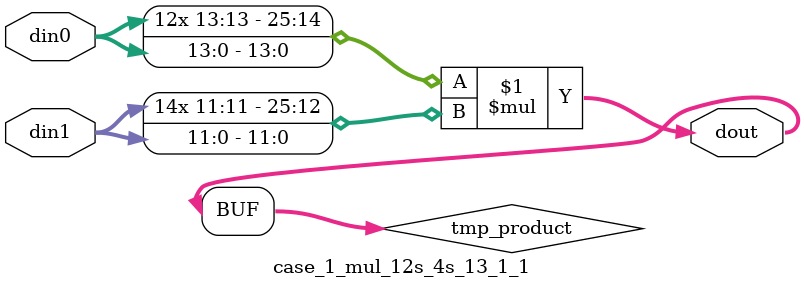
<source format=v>

`timescale 1 ns / 1 ps

 module case_1_mul_12s_4s_13_1_1(din0, din1, dout);
parameter ID = 1;
parameter NUM_STAGE = 0;
parameter din0_WIDTH = 14;
parameter din1_WIDTH = 12;
parameter dout_WIDTH = 26;

input [din0_WIDTH - 1 : 0] din0; 
input [din1_WIDTH - 1 : 0] din1; 
output [dout_WIDTH - 1 : 0] dout;

wire signed [dout_WIDTH - 1 : 0] tmp_product;



























assign tmp_product = $signed(din0) * $signed(din1);








assign dout = tmp_product;





















endmodule

</source>
